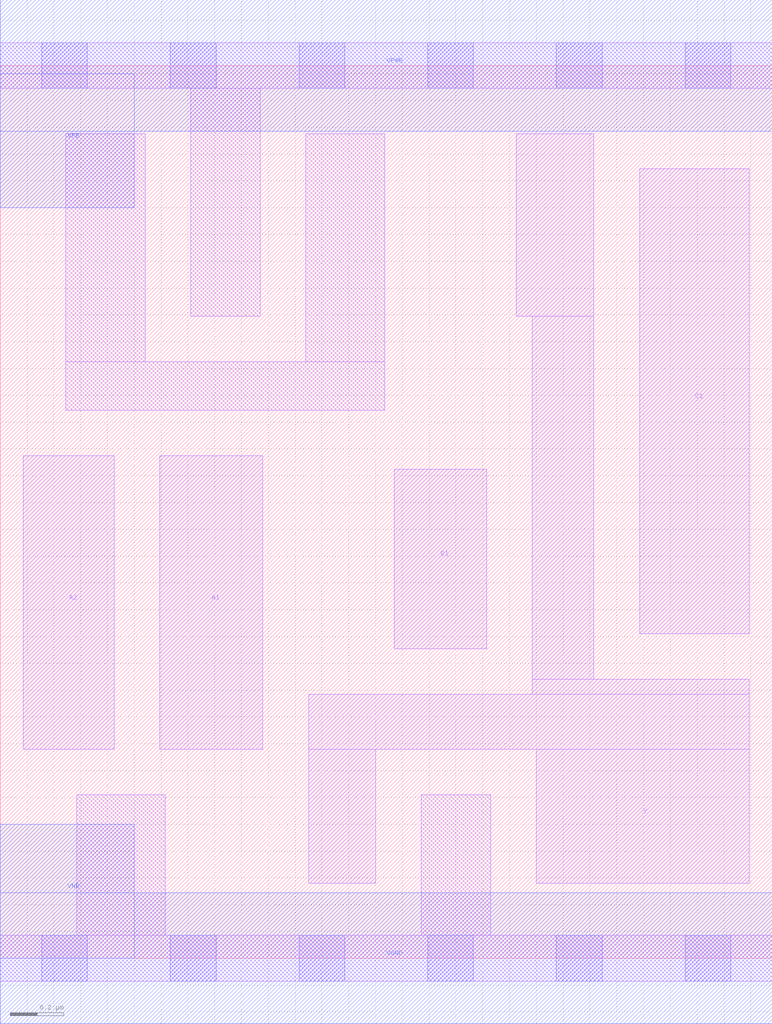
<source format=lef>
# Copyright 2020 The SkyWater PDK Authors
#
# Licensed under the Apache License, Version 2.0 (the "License");
# you may not use this file except in compliance with the License.
# You may obtain a copy of the License at
#
#     https://www.apache.org/licenses/LICENSE-2.0
#
# Unless required by applicable law or agreed to in writing, software
# distributed under the License is distributed on an "AS IS" BASIS,
# WITHOUT WARRANTIES OR CONDITIONS OF ANY KIND, either express or implied.
# See the License for the specific language governing permissions and
# limitations under the License.
#
# SPDX-License-Identifier: Apache-2.0

VERSION 5.5 ;
NAMESCASESENSITIVE ON ;
BUSBITCHARS "[]" ;
DIVIDERCHAR "/" ;
MACRO sky130_fd_sc_lp__a211oi_0
  CLASS CORE ;
  SOURCE USER ;
  ORIGIN  0.000000  0.000000 ;
  SIZE  2.880000 BY  3.330000 ;
  SYMMETRY X Y R90 ;
  SITE unit ;
  PIN A1
    ANTENNAGATEAREA  0.159000 ;
    DIRECTION INPUT ;
    USE SIGNAL ;
    PORT
      LAYER li1 ;
        RECT 0.595000 0.780000 0.980000 1.875000 ;
    END
  END A1
  PIN A2
    ANTENNAGATEAREA  0.159000 ;
    DIRECTION INPUT ;
    USE SIGNAL ;
    PORT
      LAYER li1 ;
        RECT 0.085000 0.780000 0.425000 1.875000 ;
    END
  END A2
  PIN B1
    ANTENNAGATEAREA  0.159000 ;
    DIRECTION INPUT ;
    USE SIGNAL ;
    PORT
      LAYER li1 ;
        RECT 1.470000 1.155000 1.815000 1.825000 ;
    END
  END B1
  PIN C1
    ANTENNAGATEAREA  0.159000 ;
    DIRECTION INPUT ;
    USE SIGNAL ;
    PORT
      LAYER li1 ;
        RECT 2.385000 1.210000 2.795000 2.945000 ;
    END
  END C1
  PIN Y
    ANTENNADIFFAREA  0.541300 ;
    DIRECTION OUTPUT ;
    USE SIGNAL ;
    PORT
      LAYER li1 ;
        RECT 1.150000 0.280000 1.400000 0.780000 ;
        RECT 1.150000 0.780000 2.795000 0.985000 ;
        RECT 1.925000 2.395000 2.215000 3.075000 ;
        RECT 1.985000 0.985000 2.795000 1.040000 ;
        RECT 1.985000 1.040000 2.215000 2.395000 ;
        RECT 2.000000 0.280000 2.795000 0.780000 ;
    END
  END Y
  PIN VGND
    DIRECTION INOUT ;
    USE GROUND ;
    PORT
      LAYER met1 ;
        RECT 0.000000 -0.245000 2.880000 0.245000 ;
    END
  END VGND
  PIN VNB
    DIRECTION INOUT ;
    USE GROUND ;
    PORT
      LAYER met1 ;
        RECT 0.000000 0.000000 0.500000 0.500000 ;
    END
  END VNB
  PIN VPB
    DIRECTION INOUT ;
    USE POWER ;
    PORT
      LAYER met1 ;
        RECT 0.000000 2.800000 0.500000 3.300000 ;
    END
  END VPB
  PIN VPWR
    DIRECTION INOUT ;
    USE POWER ;
    PORT
      LAYER met1 ;
        RECT 0.000000 3.085000 2.880000 3.575000 ;
    END
  END VPWR
  OBS
    LAYER li1 ;
      RECT 0.000000 -0.085000 2.880000 0.085000 ;
      RECT 0.000000  3.245000 2.880000 3.415000 ;
      RECT 0.245000  2.045000 1.435000 2.225000 ;
      RECT 0.245000  2.225000 0.540000 3.075000 ;
      RECT 0.285000  0.085000 0.615000 0.610000 ;
      RECT 0.710000  2.395000 0.970000 3.245000 ;
      RECT 1.140000  2.225000 1.435000 3.075000 ;
      RECT 1.570000  0.085000 1.830000 0.610000 ;
    LAYER mcon ;
      RECT 0.155000 -0.085000 0.325000 0.085000 ;
      RECT 0.155000  3.245000 0.325000 3.415000 ;
      RECT 0.635000 -0.085000 0.805000 0.085000 ;
      RECT 0.635000  3.245000 0.805000 3.415000 ;
      RECT 1.115000 -0.085000 1.285000 0.085000 ;
      RECT 1.115000  3.245000 1.285000 3.415000 ;
      RECT 1.595000 -0.085000 1.765000 0.085000 ;
      RECT 1.595000  3.245000 1.765000 3.415000 ;
      RECT 2.075000 -0.085000 2.245000 0.085000 ;
      RECT 2.075000  3.245000 2.245000 3.415000 ;
      RECT 2.555000 -0.085000 2.725000 0.085000 ;
      RECT 2.555000  3.245000 2.725000 3.415000 ;
  END
END sky130_fd_sc_lp__a211oi_0
END LIBRARY

</source>
